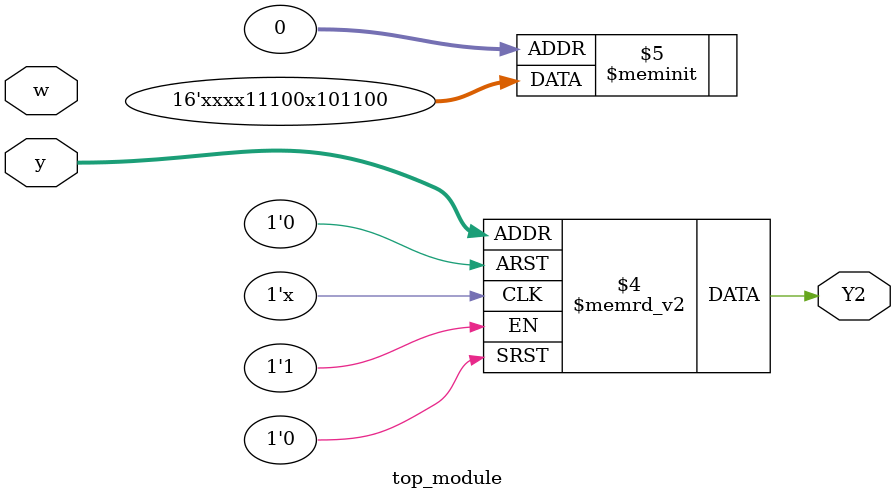
<source format=sv>
module top_module(
	input [3:0] y,
	input w,
	output reg Y2);

	always_comb begin
		case(y)
			4'h0, 4'h1, 4'h4, 4'h7, 4'h8: Y2 = 1'b0;
			4'h2, 4'h3, 4'h5, 4'h9, 4'ha, 4'hb: Y2 = 1'b1;
		endcase
	end

endmodule

</source>
